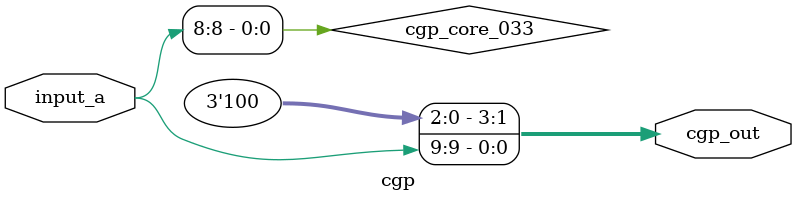
<source format=v>
module cgp(input [13:0] input_a, output [3:0] cgp_out);
  wire cgp_core_016;
  wire cgp_core_017;
  wire cgp_core_020;
  wire cgp_core_022;
  wire cgp_core_023;
  wire cgp_core_024;
  wire cgp_core_026;
  wire cgp_core_027;
  wire cgp_core_030;
  wire cgp_core_031;
  wire cgp_core_032;
  wire cgp_core_033;
  wire cgp_core_034;
  wire cgp_core_036;
  wire cgp_core_038;
  wire cgp_core_039;
  wire cgp_core_041;
  wire cgp_core_043;
  wire cgp_core_044;
  wire cgp_core_053;
  wire cgp_core_054;
  wire cgp_core_056;
  wire cgp_core_057;
  wire cgp_core_058;
  wire cgp_core_060;
  wire cgp_core_061;
  wire cgp_core_062;
  wire cgp_core_063;
  wire cgp_core_066;
  wire cgp_core_067;
  wire cgp_core_069;
  wire cgp_core_070;
  wire cgp_core_071;
  wire cgp_core_076;
  wire cgp_core_077;
  wire cgp_core_078;
  wire cgp_core_080;
  wire cgp_core_081;
  wire cgp_core_083;
  wire cgp_core_084;
  wire cgp_core_088;
  wire cgp_core_089;

  assign cgp_core_016 = input_a[12] ^ input_a[5];
  assign cgp_core_017 = ~(input_a[4] | input_a[0]);
  assign cgp_core_020 = ~(input_a[9] ^ input_a[7]);
  assign cgp_core_022 = ~(input_a[7] | input_a[2]);
  assign cgp_core_023 = ~(input_a[10] | input_a[5]);
  assign cgp_core_024 = input_a[2] ^ input_a[12];
  assign cgp_core_026 = input_a[11] & input_a[0];
  assign cgp_core_027 = ~input_a[3];
  assign cgp_core_030 = input_a[2] | input_a[4];
  assign cgp_core_031 = ~(input_a[5] | input_a[2]);
  assign cgp_core_032 = ~(input_a[6] & input_a[4]);
  assign cgp_core_033 = input_a[8] & input_a[8];
  assign cgp_core_034 = input_a[6] & input_a[0];
  assign cgp_core_036 = ~(input_a[8] | input_a[11]);
  assign cgp_core_038 = ~(input_a[6] & input_a[11]);
  assign cgp_core_039 = input_a[13] & input_a[0];
  assign cgp_core_041 = ~input_a[0];
  assign cgp_core_043 = ~(input_a[7] & input_a[3]);
  assign cgp_core_044 = ~(input_a[1] & input_a[0]);
  assign cgp_core_053 = ~input_a[10];
  assign cgp_core_054 = ~(input_a[1] & input_a[10]);
  assign cgp_core_056 = input_a[5] ^ input_a[4];
  assign cgp_core_057 = input_a[13] & input_a[10];
  assign cgp_core_058 = ~(input_a[6] | input_a[12]);
  assign cgp_core_060 = ~(input_a[8] | input_a[2]);
  assign cgp_core_061 = input_a[2] | input_a[7];
  assign cgp_core_062 = ~(input_a[9] & input_a[2]);
  assign cgp_core_063 = input_a[12] & input_a[8];
  assign cgp_core_066 = input_a[10] | input_a[8];
  assign cgp_core_067 = ~(input_a[4] & input_a[11]);
  assign cgp_core_069 = input_a[1] | input_a[0];
  assign cgp_core_070 = ~(input_a[6] ^ input_a[6]);
  assign cgp_core_071 = ~(input_a[11] | input_a[1]);
  assign cgp_core_076 = ~(input_a[12] | input_a[2]);
  assign cgp_core_077 = ~(input_a[4] ^ input_a[8]);
  assign cgp_core_078 = ~(input_a[12] | input_a[11]);
  assign cgp_core_080 = input_a[6] | input_a[7];
  assign cgp_core_081 = ~input_a[9];
  assign cgp_core_083 = ~(input_a[6] ^ input_a[4]);
  assign cgp_core_084 = input_a[9] ^ input_a[8];
  assign cgp_core_088 = ~(input_a[3] & input_a[1]);
  assign cgp_core_089 = ~(input_a[5] | input_a[3]);

  assign cgp_out[0] = input_a[9];
  assign cgp_out[1] = 1'b0;
  assign cgp_out[2] = 1'b0;
  assign cgp_out[3] = 1'b1;
endmodule
</source>
